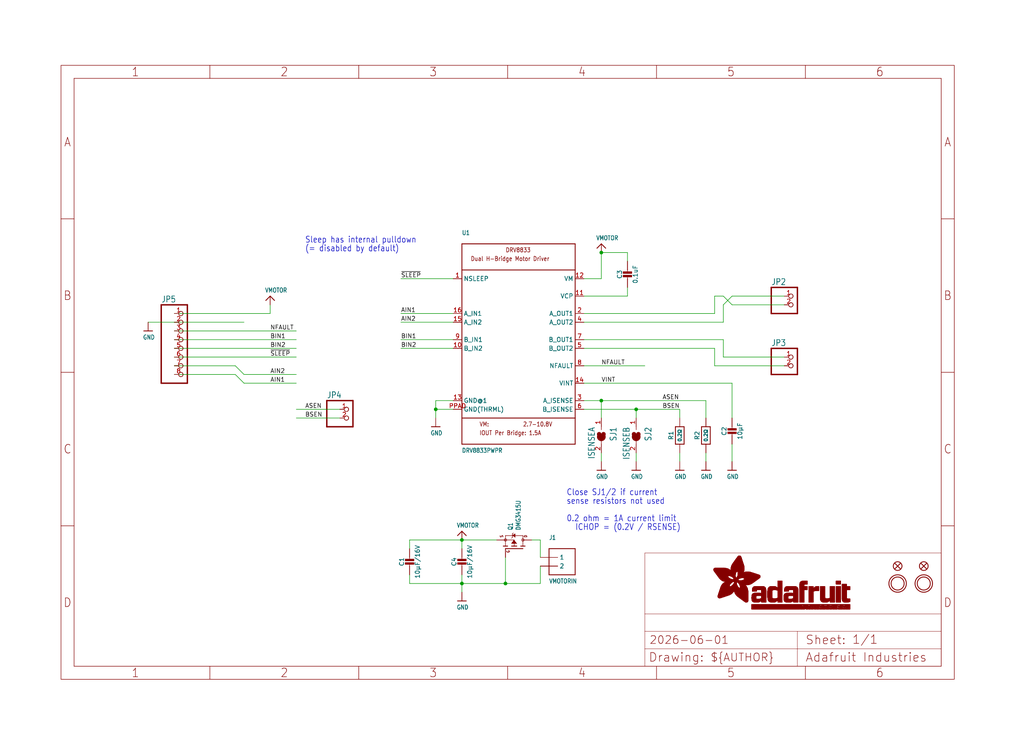
<source format=kicad_sch>
(kicad_sch (version 20230121) (generator eeschema)
  (paper "User" 298.45 217.322)
  (lib_symbols
    (symbol "working-eagle-import:CAP_CERAMIC0805-NOOUTLINE"
      (property "Reference" "C" (at -2.29 1.25 90))
      (symbol "CAP_CERAMIC0805-NOOUTLINE_1_0"
        (pin passive line (at 0 5.08 270) (length 2.54) (name "1") (number "1"))
        (pin passive line (at 0 -2.54 90) (length 2.54) (name "2") (number "2"))
      )
    )
    (symbol "working-eagle-import:DRV8833"
      (property "Reference" "U" (at -17.78 30.48 0))
      (symbol "DRV8833_1_0"
        (text "2.7-10.8V" (at 0 -25.4 0) (effects (font (size 1.27 1.0795)) (justify left bottom)))
        (text "DRV8833" (at -5.08 25.4 0) (effects (font (size 1.27 1.0795)) (justify left bottom)))
        (text "Dual H-Bridge Motor Driver" (at -15.24 22.86 0) (effects (font (size 1.27 1.0795)) (justify left bottom)))
        (text "IOUT Per Bridge: 1.5A" (at -12.7 -27.94 0) (effects (font (size 1.27 1.0795)) (justify left bottom)))
        (text "VM:" (at -12.7 -25.4 0) (effects (font (size 1.27 1.0795)) (justify left bottom)))
        (pin input line (at -20.32 17.78 0) (length 2.54) (name "NSLEEP") (number "1"))
        (pin input line (at -20.32 -2.54 0) (length 2.54) (name "B_IN2") (number "10"))
        (pin bidirectional line (at 17.78 12.7 180) (length 2.54) (name "VCP") (number "11"))
        (pin power_in line (at 17.78 17.78 180) (length 2.54) (name "VM") (number "12"))
        (pin power_in line (at -20.32 -17.78 0) (length 2.54) (name "GND@1") (number "13"))
        (pin power_in line (at 17.78 -12.7 180) (length 2.54) (name "VINT") (number "14"))
        (pin input line (at -20.32 5.08 0) (length 2.54) (name "A_IN2") (number "15"))
        (pin input line (at -20.32 7.62 0) (length 2.54) (name "A_IN1") (number "16"))
        (pin output line (at 17.78 7.62 180) (length 2.54) (name "A_OUT1") (number "2"))
        (pin bidirectional line (at 17.78 -17.78 180) (length 2.54) (name "A_ISENSE") (number "3"))
        (pin output line (at 17.78 5.08 180) (length 2.54) (name "A_OUT2") (number "4"))
        (pin output line (at 17.78 -2.54 180) (length 2.54) (name "B_OUT2") (number "5"))
        (pin bidirectional line (at 17.78 -20.32 180) (length 2.54) (name "B_ISENSE") (number "6"))
        (pin output line (at 17.78 0 180) (length 2.54) (name "B_OUT1") (number "7"))
        (pin bidirectional line (at 17.78 -7.62 180) (length 2.54) (name "NFAULT") (number "8"))
        (pin input line (at -20.32 0 0) (length 2.54) (name "B_IN1") (number "9"))
        (pin power_in line (at -20.32 -20.32 0) (length 2.54) (name "GND(THRML)") (number "PPAD"))
      )
    )
    (symbol "working-eagle-import:FIDUCIAL{dblquote}{dblquote}")
    (symbol "working-eagle-import:FRAME_A4_ADAFRUIT"
      (symbol "FRAME_A4_ADAFRUIT_1_0"
        (text "${#}/${##}" (at 230.505 10.16 0) (effects (font (size 2.54 2.54)) (justify left bottom)))
        (text "${AUTHOR}" (at 189.23 5.08 0) (effects (font (size 2.286 2.286)) (justify left bottom)))
        (text "${CURRENT_DATE}" (at 171.45 10.16 0) (effects (font (size 2.286 2.286)) (justify left bottom)))
        (text "${PROJECTNAME}" (at 171.45 15.24 0) (effects (font (size 2.54 2.54)) (justify left bottom)))
        (text "1" (at 21.6958 1.905 0) (effects (font (size 2.54 2.286))))
        (text "1" (at 21.6958 177.165 0) (effects (font (size 2.54 2.286))))
        (text "2" (at 65.0875 1.905 0) (effects (font (size 2.54 2.286))))
        (text "2" (at 65.0875 177.165 0) (effects (font (size 2.54 2.286))))
        (text "3" (at 108.4792 1.905 0) (effects (font (size 2.54 2.286))))
        (text "3" (at 108.4792 177.165 0) (effects (font (size 2.54 2.286))))
        (text "4" (at 151.8708 1.905 0) (effects (font (size 2.54 2.286))))
        (text "4" (at 151.8708 177.165 0) (effects (font (size 2.54 2.286))))
        (text "5" (at 195.2625 1.905 0) (effects (font (size 2.54 2.286))))
        (text "5" (at 195.2625 177.165 0) (effects (font (size 2.54 2.286))))
        (text "6" (at 238.6542 1.905 0) (effects (font (size 2.54 2.286))))
        (text "6" (at 238.6542 177.165 0) (effects (font (size 2.54 2.286))))
        (text "A" (at 1.905 156.6863 0) (effects (font (size 2.54 2.286))))
        (text "A" (at 258.445 156.6863 0) (effects (font (size 2.54 2.286))))
        (text "Adafruit Industries" (at 216.916 4.953 0) (effects (font (size 2.54 2.54)) (justify left bottom)))
        (text "B" (at 1.905 111.9188 0) (effects (font (size 2.54 2.286))))
        (text "B" (at 258.445 111.9188 0) (effects (font (size 2.54 2.286))))
        (text "C" (at 1.905 67.1513 0) (effects (font (size 2.54 2.286))))
        (text "C" (at 258.445 67.1513 0) (effects (font (size 2.54 2.286))))
        (text "D" (at 1.905 22.3838 0) (effects (font (size 2.54 2.286))))
        (text "D" (at 258.445 22.3838 0) (effects (font (size 2.54 2.286))))
        (text "Drawing:" (at 171.196 4.953 0) (effects (font (size 2.54 2.54)) (justify left bottom)))
        (text "Sheet:" (at 216.916 10.033 0) (effects (font (size 2.54 2.54)) (justify left bottom)))
      )
    )
    (symbol "working-eagle-import:GND" (power)
      (property "Value" "GND" (at -1.524 -2.54 0))
      (symbol "GND_1_0"
        (pin power_in line (at 0 2.54 270) (length 2.54) (name "GND") (number "1"))
      )
    )
    (symbol "working-eagle-import:HEADER-1X2ROUND"
      (property "Reference" "JP" (at -6.35 5.715 0))
      (symbol "HEADER-1X2ROUND_1_0"
        (pin passive inverted (at -2.54 2.54 0) (length 2.54) (name "1") (number "1"))
        (pin passive inverted (at -2.54 0 0) (length 2.54) (name "2") (number "2"))
      )
    )
    (symbol "working-eagle-import:HEADER-1X870MIL"
      (property "Reference" "JP" (at -6.35 13.335 0))
      (symbol "HEADER-1X870MIL_1_0"
        (pin passive inverted (at -2.54 10.16 0) (length 2.54) (name "1") (number "1"))
        (pin passive inverted (at -2.54 7.62 0) (length 2.54) (name "2") (number "2"))
        (pin passive inverted (at -2.54 5.08 0) (length 2.54) (name "3") (number "3"))
        (pin passive inverted (at -2.54 2.54 0) (length 2.54) (name "4") (number "4"))
        (pin passive inverted (at -2.54 0 0) (length 2.54) (name "5") (number "5"))
        (pin passive inverted (at -2.54 -2.54 0) (length 2.54) (name "6") (number "6"))
        (pin passive inverted (at -2.54 -5.08 0) (length 2.54) (name "7") (number "7"))
        (pin passive inverted (at -2.54 -7.62 0) (length 2.54) (name "8") (number "8"))
      )
    )
    (symbol "working-eagle-import:MOSFET-PWIDE"
      (property "Reference" "Q" (at 2.794 0.381 0))
      (symbol "MOSFET-PWIDE_1_0"
        (text "D" (at 0.635 -3.81 0) (effects (font (size 0.8128 0.6908)) (justify left bottom)))
        (text "G" (at -3.81 1.27 0) (effects (font (size 0.8128 0.6908)) (justify left bottom)))
        (text "S" (at 0.635 3.175 0) (effects (font (size 0.8128 0.6908)) (justify left bottom)))
        (pin passive line (at -5.08 2.54 0) (length 2.54) (name "G") (number "1"))
        (pin passive line (at 0 5.08 270) (length 2.54) (name "S") (number "2"))
        (pin passive line (at 0 -5.08 90) (length 2.54) (name "D") (number "3"))
      )
    )
    (symbol "working-eagle-import:MOUNTINGHOLE2.5")
    (symbol "working-eagle-import:RESISTOR_1206"
      (property "Reference" "R" (at 0 2.54 0))
      (symbol "RESISTOR_1206_1_0"
        (pin passive line (at -5.08 0 0) (length 2.54) (name "1") (number "1"))
        (pin passive line (at 5.08 0 180) (length 2.54) (name "2") (number "2"))
      )
    )
    (symbol "working-eagle-import:SOLDERJUMPER"
      (property "Reference" "SJ" (at -2.54 2.54 0))
      (symbol "SOLDERJUMPER_1_0"
        (pin passive line (at -5.08 0 0) (length 2.54) (name "1") (number "1"))
        (pin passive line (at 5.08 0 180) (length 2.54) (name "2") (number "2"))
      )
    )
    (symbol "working-eagle-import:TERMBLOCK_1X2"
      (property "Reference" "X" (at -2.54 7.62 0))
      (symbol "TERMBLOCK_1X2_1_0"
        (pin passive line (at -5.08 2.54 0) (length 5.08) (name "1") (number "1"))
        (pin passive line (at -5.08 0 0) (length 5.08) (name "2") (number "2"))
      )
    )
    (symbol "working-eagle-import:VMOTOR" (power)
      (property "Value" "VMOTOR" (at -1.524 1.016 0))
      (symbol "VMOTOR_1_0"
        (pin power_in line (at 0 -2.54 90) (length 2.54) (name "VMOTOR") (number "1"))
      )
    )
  )
  (junction (at 127 119.38))
  (junction (at 185.42 119.38))
  (junction (at 147.32 170.18))
  (junction (at 175.26 116.84))
  (junction (at 134.62 157.48))
  (junction (at 134.62 170.18))
  (junction (at 175.26 73.66))
  (wire (pts (xy 127 119.38) (xy 127 121.92)) (stroke (width 0.1524)))
  (wire (pts (xy 132.08 119.38) (xy 127 119.38)) (stroke (width 0.1524)))
  (wire (pts (xy 175.26 116.84) (xy 175.26 121.92)) (stroke (width 0.1524)))
  (wire (pts (xy 50.8 106.68) (xy 68.58 106.68)) (stroke (width 0.1524)))
  (wire (pts (xy 99.06 121.92) (xy 86.36 121.92)) (stroke (width 0.1524)))
  (wire (pts (xy 170.18 81.28) (xy 175.26 81.28)) (stroke (width 0.1524)))
  (wire (pts (xy 210.82 93.98) (xy 210.82 88.9)) (stroke (width 0.1524)))
  (wire (pts (xy 134.62 170.18) (xy 147.32 170.18)) (stroke (width 0.1524)))
  (wire (pts (xy 170.18 91.44) (xy 208.28 91.44)) (stroke (width 0.1524)))
  (wire (pts (xy 50.8 93.98) (xy 43.18 93.98)) (stroke (width 0.1524)))
  (wire (pts (xy 134.62 170.18) (xy 119.38 170.18)) (stroke (width 0.1524)))
  (wire (pts (xy 134.62 170.18) (xy 134.62 167.64)) (stroke (width 0.1524)))
  (wire (pts (xy 170.18 86.36) (xy 182.88 86.36)) (stroke (width 0.1524)))
  (wire (pts (xy 170.18 116.84) (xy 175.26 116.84)) (stroke (width 0.1524)))
  (wire (pts (xy 119.38 157.48) (xy 119.38 160.02)) (stroke (width 0.1524)))
  (wire (pts (xy 50.8 91.44) (xy 78.74 91.44)) (stroke (width 0.1524)))
  (wire (pts (xy 213.36 111.76) (xy 213.36 121.92)) (stroke (width 0.1524)))
  (wire (pts (xy 228.6 86.36) (xy 213.36 86.36)) (stroke (width 0.1524)))
  (wire (pts (xy 210.82 86.36) (xy 213.36 88.9)) (stroke (width 0.1524)))
  (wire (pts (xy 132.08 91.44) (xy 116.84 91.44)) (stroke (width 0.1524)))
  (wire (pts (xy 175.26 81.28) (xy 175.26 73.66)) (stroke (width 0.1524)))
  (wire (pts (xy 205.74 132.08) (xy 205.74 134.62)) (stroke (width 0.1524)))
  (wire (pts (xy 228.6 88.9) (xy 213.36 88.9)) (stroke (width 0.1524)))
  (wire (pts (xy 134.62 170.18) (xy 134.62 172.72)) (stroke (width 0.1524)))
  (wire (pts (xy 228.6 104.14) (xy 210.82 104.14)) (stroke (width 0.1524)))
  (wire (pts (xy 86.36 104.14) (xy 50.8 104.14)) (stroke (width 0.1524)))
  (wire (pts (xy 175.26 116.84) (xy 205.74 116.84)) (stroke (width 0.1524)))
  (wire (pts (xy 170.18 106.68) (xy 187.96 106.68)) (stroke (width 0.1524)))
  (wire (pts (xy 210.82 88.9) (xy 213.36 86.36)) (stroke (width 0.1524)))
  (wire (pts (xy 71.12 109.22) (xy 86.36 109.22)) (stroke (width 0.1524)))
  (wire (pts (xy 134.62 157.48) (xy 119.38 157.48)) (stroke (width 0.1524)))
  (wire (pts (xy 182.88 86.36) (xy 182.88 83.82)) (stroke (width 0.1524)))
  (wire (pts (xy 157.48 157.48) (xy 157.48 162.56)) (stroke (width 0.1524)))
  (wire (pts (xy 132.08 116.84) (xy 127 116.84)) (stroke (width 0.1524)))
  (wire (pts (xy 157.48 170.18) (xy 157.48 165.1)) (stroke (width 0.1524)))
  (wire (pts (xy 198.12 119.38) (xy 198.12 121.92)) (stroke (width 0.1524)))
  (wire (pts (xy 210.82 99.06) (xy 210.82 104.14)) (stroke (width 0.1524)))
  (wire (pts (xy 86.36 99.06) (xy 50.8 99.06)) (stroke (width 0.1524)))
  (wire (pts (xy 132.08 81.28) (xy 116.84 81.28)) (stroke (width 0.1524)))
  (wire (pts (xy 144.78 157.48) (xy 134.62 157.48)) (stroke (width 0.1524)))
  (wire (pts (xy 71.12 111.76) (xy 86.36 111.76)) (stroke (width 0.1524)))
  (wire (pts (xy 208.28 101.6) (xy 208.28 106.68)) (stroke (width 0.1524)))
  (wire (pts (xy 99.06 119.38) (xy 86.36 119.38)) (stroke (width 0.1524)))
  (wire (pts (xy 119.38 170.18) (xy 119.38 167.64)) (stroke (width 0.1524)))
  (wire (pts (xy 205.74 116.84) (xy 205.74 121.92)) (stroke (width 0.1524)))
  (wire (pts (xy 50.8 96.52) (xy 86.36 96.52)) (stroke (width 0.1524)))
  (wire (pts (xy 208.28 91.44) (xy 208.28 86.36)) (stroke (width 0.1524)))
  (wire (pts (xy 185.42 119.38) (xy 198.12 119.38)) (stroke (width 0.1524)))
  (wire (pts (xy 170.18 119.38) (xy 185.42 119.38)) (stroke (width 0.1524)))
  (wire (pts (xy 78.74 91.44) (xy 78.74 88.9)) (stroke (width 0.1524)))
  (wire (pts (xy 147.32 170.18) (xy 157.48 170.18)) (stroke (width 0.1524)))
  (wire (pts (xy 132.08 93.98) (xy 116.84 93.98)) (stroke (width 0.1524)))
  (wire (pts (xy 68.58 109.22) (xy 71.12 111.76)) (stroke (width 0.1524)))
  (wire (pts (xy 50.8 109.22) (xy 68.58 109.22)) (stroke (width 0.1524)))
  (wire (pts (xy 182.88 73.66) (xy 182.88 76.2)) (stroke (width 0.1524)))
  (wire (pts (xy 208.28 86.36) (xy 210.82 86.36)) (stroke (width 0.1524)))
  (wire (pts (xy 175.26 73.66) (xy 182.88 73.66)) (stroke (width 0.1524)))
  (wire (pts (xy 68.58 106.68) (xy 71.12 109.22)) (stroke (width 0.1524)))
  (wire (pts (xy 154.94 157.48) (xy 157.48 157.48)) (stroke (width 0.1524)))
  (wire (pts (xy 228.6 106.68) (xy 208.28 106.68)) (stroke (width 0.1524)))
  (wire (pts (xy 132.08 101.6) (xy 116.84 101.6)) (stroke (width 0.1524)))
  (wire (pts (xy 175.26 132.08) (xy 175.26 134.62)) (stroke (width 0.1524)))
  (wire (pts (xy 132.08 99.06) (xy 116.84 99.06)) (stroke (width 0.1524)))
  (wire (pts (xy 127 116.84) (xy 127 119.38)) (stroke (width 0.1524)))
  (wire (pts (xy 213.36 129.54) (xy 213.36 134.62)) (stroke (width 0.1524)))
  (wire (pts (xy 198.12 132.08) (xy 198.12 134.62)) (stroke (width 0.1524)))
  (wire (pts (xy 170.18 101.6) (xy 208.28 101.6)) (stroke (width 0.1524)))
  (wire (pts (xy 170.18 111.76) (xy 213.36 111.76)) (stroke (width 0.1524)))
  (wire (pts (xy 71.12 93.98) (xy 50.8 93.98)) (stroke (width 0.1524)))
  (wire (pts (xy 134.62 157.48) (xy 134.62 160.02)) (stroke (width 0.1524)))
  (wire (pts (xy 185.42 132.08) (xy 185.42 134.62)) (stroke (width 0.1524)))
  (wire (pts (xy 50.8 101.6) (xy 86.36 101.6)) (stroke (width 0.1524)))
  (wire (pts (xy 185.42 119.38) (xy 185.42 121.92)) (stroke (width 0.1524)))
  (wire (pts (xy 147.32 162.56) (xy 147.32 170.18)) (stroke (width 0.1524)))
  (wire (pts (xy 170.18 93.98) (xy 210.82 93.98)) (stroke (width 0.1524)))
  (wire (pts (xy 170.18 99.06) (xy 210.82 99.06)) (stroke (width 0.1524)))
  (text "Sleep has internal pulldown" (at 88.9 71.12 0) (effects (font (size 1.778 1.5113)) (justify left bottom)))
  (text "0.2 ohm = 1A current limit" (at 165.1 152.4 0) (effects (font (size 1.778 1.5113)) (justify left bottom)))
  (text "(= disabled by default)" (at 88.9 73.66 0) (effects (font (size 1.778 1.5113)) (justify left bottom)))
  (text "Close SJ1/2 if current" (at 165.1 144.78 0) (effects (font (size 1.778 1.5113)) (justify left bottom)))
  (text "sense resistors not used" (at 165.1 147.32 0) (effects (font (size 1.778 1.5113)) (justify left bottom)))
  (text "ICHOP = (0.2V / RSENSE)" (at 167.64 154.94 0) (effects (font (size 1.778 1.5113)) (justify left bottom)))
  (label "ASEN" (at 193.04 116.84 0) (effects (font (size 1.2446 1.2446))))
  (label "BIN2" (at 78.74 101.6 0) (effects (font (size 1.2446 1.2446))))
  (label "AIN2" (at 116.84 93.98 0) (effects (font (size 1.2446 1.2446))))
  (label "BIN1" (at 116.84 99.06 0) (effects (font (size 1.2446 1.2446))))
  (label "~{SLEEP}" (at 116.84 81.28 0) (effects (font (size 1.2446 1.2446))))
  (label "AIN1" (at 78.74 111.76 0) (effects (font (size 1.2446 1.2446))))
  (label "BSEN" (at 88.9 121.92 0) (effects (font (size 1.2446 1.2446))))
  (label "BIN2" (at 116.84 101.6 0) (effects (font (size 1.2446 1.2446))))
  (label "~{SLEEP}" (at 78.74 104.14 0) (effects (font (size 1.2446 1.2446))))
  (label "VINT" (at 175.26 111.76 0) (effects (font (size 1.2446 1.2446))))
  (label "BIN1" (at 78.74 99.06 0) (effects (font (size 1.2446 1.2446))))
  (label "NFAULT" (at 78.74 96.52 0) (effects (font (size 1.2446 1.2446))))
  (label "ASEN" (at 88.9 119.38 0) (effects (font (size 1.2446 1.2446))))
  (label "NFAULT" (at 175.26 106.68 0) (effects (font (size 1.2446 1.2446))))
  (label "AIN1" (at 116.84 91.44 0) (effects (font (size 1.2446 1.2446))))
  (label "AIN2" (at 78.74 109.22 0) (effects (font (size 1.2446 1.2446))))
  (label "BSEN" (at 193.04 119.38 0) (effects (font (size 1.2446 1.2446))))
  (symbol (lib_id "working-eagle-import:VMOTOR") (at 78.74 86.36 0) (unit 1)
    (property "Reference" "#U$11" (effects hide))
    (property "Value" "VMOTOR" (at 77.216 85.344 0) (effects (font (size 1.27 1.0795)) (justify left bottom)))
  )
  (symbol (lib_id "working-eagle-import:GND") (at 185.42 137.16 0) (unit 1)
    (property "Reference" "#U$10" (effects hide))
    (property "Value" "GND" (at 183.896 139.7 0) (effects (font (size 1.27 1.0795)) (justify left bottom)))
  )
  (symbol (lib_id "working-eagle-import:SOLDERJUMPER") (at 185.42 127 270) (unit 1)
    (property "Reference" "SJ2" (at 187.96 124.46 0) (effects (font (size 1.778 1.5113)) (justify left bottom)))
    (property "Value" "ISENSEB" (at 181.61 124.46 0) (effects (font (size 1.778 1.5113)) (justify left bottom)))
    (property "Footprint" "working:SOLDERJUMPER_ARROW_NOPASTE" (effects hide))
  )
  (symbol (lib_id "working-eagle-import:MOUNTINGHOLE2.5") (at 261.62 170.18 0) (unit 1)
    (property "Reference" "U$13" (effects hide))
    (property "Value" "MOUNTINGHOLE2.5" (effects hide))
    (property "Footprint" "working:MOUNTINGHOLE_2.5_PLATED" (effects hide))
  )
  (symbol (lib_id "working-eagle-import:GND") (at 205.74 137.16 0) (unit 1)
    (property "Reference" "#U$3" (effects hide))
    (property "Value" "GND" (at 204.216 139.7 0) (effects (font (size 1.27 1.0795)) (justify left bottom)))
  )
  (symbol (lib_id "working-eagle-import:FRAME_A4_ADAFRUIT") (at 17.78 198.12 0) (unit 1)
    (property "Reference" "#U$1" (effects hide))
    (property "Value" "FRAME_A4_ADAFRUIT" (effects hide))
  )
  (symbol (lib_id "working-eagle-import:FIDUCIAL{dblquote}{dblquote}") (at 269.24 165.1 0) (unit 1)
    (property "Reference" "FID1" (effects hide))
    (property "Value" "FIDUCIAL{dblquote}{dblquote}" (effects hide))
    (property "Footprint" "working:FIDUCIAL_1MM" (effects hide))
  )
  (symbol (lib_id "working-eagle-import:FIDUCIAL{dblquote}{dblquote}") (at 261.62 165.1 0) (unit 1)
    (property "Reference" "FID2" (effects hide))
    (property "Value" "FIDUCIAL{dblquote}{dblquote}" (effects hide))
    (property "Footprint" "working:FIDUCIAL_1MM" (effects hide))
  )
  (symbol (lib_id "working-eagle-import:VMOTOR") (at 175.26 71.12 0) (unit 1)
    (property "Reference" "#U$4" (effects hide))
    (property "Value" "VMOTOR" (at 173.736 70.104 0) (effects (font (size 1.27 1.0795)) (justify left bottom)))
  )
  (symbol (lib_id "working-eagle-import:HEADER-1X870MIL") (at 53.34 101.6 0) (unit 1)
    (property "Reference" "JP5" (at 46.99 88.265 0) (effects (font (size 1.778 1.5113)) (justify left bottom)))
    (property "Value" "HEADER-1X870MIL" (effects hide))
    (property "Footprint" "working:1X08_ROUND_70" (effects hide))
  )
  (symbol (lib_id "working-eagle-import:GND") (at 213.36 137.16 0) (unit 1)
    (property "Reference" "#U$7" (effects hide))
    (property "Value" "GND" (at 211.836 139.7 0) (effects (font (size 1.27 1.0795)) (justify left bottom)))
  )
  (symbol (lib_id "working-eagle-import:MOSFET-PWIDE") (at 149.86 157.48 90) (unit 1)
    (property "Reference" "Q1" (at 149.479 154.686 0) (effects (font (size 1.27 1.0795)) (justify left bottom)))
    (property "Value" "DMG3415U" (at 151.765 154.686 0) (effects (font (size 1.27 1.0795)) (justify left bottom)))
    (property "Footprint" "working:SOT23-WIDE" (effects hide))
  )
  (symbol (lib_id "working-eagle-import:GND") (at 43.18 96.52 0) (unit 1)
    (property "Reference" "#U$12" (effects hide))
    (property "Value" "GND" (at 41.656 99.06 0) (effects (font (size 1.27 1.0795)) (justify left bottom)))
  )
  (symbol (lib_id "working-eagle-import:CAP_CERAMIC0805-NOOUTLINE") (at 134.62 165.1 0) (unit 1)
    (property "Reference" "C4" (at 132.33 163.85 90))
    (property "Value" "10µF/16V" (at 136.92 163.85 90))
    (property "Footprint" "working:0805-NO" (effects hide))
  )
  (symbol (lib_id "working-eagle-import:GND") (at 198.12 137.16 0) (unit 1)
    (property "Reference" "#U$2" (effects hide))
    (property "Value" "GND" (at 196.596 139.7 0) (effects (font (size 1.27 1.0795)) (justify left bottom)))
  )
  (symbol (lib_id "working-eagle-import:MOUNTINGHOLE2.5") (at 269.24 170.18 0) (unit 1)
    (property "Reference" "U$14" (effects hide))
    (property "Value" "MOUNTINGHOLE2.5" (effects hide))
    (property "Footprint" "working:MOUNTINGHOLE_2.5_PLATED" (effects hide))
  )
  (symbol (lib_id "working-eagle-import:GND") (at 127 124.46 0) (unit 1)
    (property "Reference" "#U$9" (effects hide))
    (property "Value" "GND" (at 125.476 127 0) (effects (font (size 1.27 1.0795)) (justify left bottom)))
  )
  (symbol (lib_id "working-eagle-import:HEADER-1X2ROUND") (at 231.14 106.68 0) (unit 1)
    (property "Reference" "JP3" (at 224.79 100.965 0) (effects (font (size 1.778 1.5113)) (justify left bottom)))
    (property "Value" "HEADER-1X2ROUND" (effects hide))
    (property "Footprint" "working:1X02_ROUND" (effects hide))
  )
  (symbol (lib_id "working-eagle-import:RESISTOR_1206") (at 205.74 127 90) (unit 1)
    (property "Reference" "R2" (at 203.2 127 0))
    (property "Value" "0.2Ω" (at 205.74 127 0) (effects (font (size 1.016 1.016) bold)))
    (property "Footprint" "working:_1206" (effects hide))
  )
  (symbol (lib_id "working-eagle-import:CAP_CERAMIC0805-NOOUTLINE") (at 119.38 165.1 0) (unit 1)
    (property "Reference" "C1" (at 117.09 163.85 90))
    (property "Value" "10µF/16V" (at 121.68 163.85 90))
    (property "Footprint" "working:0805-NO" (effects hide))
  )
  (symbol (lib_id "working-eagle-import:DRV8833") (at 152.4 99.06 0) (unit 1)
    (property "Reference" "U1" (at 134.62 68.58 0) (effects (font (size 1.27 1.0795)) (justify left bottom)))
    (property "Value" "DRV8833PWPR" (at 134.62 132.08 0) (effects (font (size 1.27 1.0795)) (justify left bottom)))
    (property "Footprint" "working:HTSSOP16" (effects hide))
  )
  (symbol (lib_id "working-eagle-import:CAP_CERAMIC0805-NOOUTLINE") (at 213.36 127 0) (unit 1)
    (property "Reference" "C2" (at 211.07 125.75 90))
    (property "Value" "10µF" (at 215.66 125.75 90))
    (property "Footprint" "working:0805-NO" (effects hide))
  )
  (symbol (lib_id "working-eagle-import:GND") (at 134.62 175.26 0) (unit 1)
    (property "Reference" "#U$6" (effects hide))
    (property "Value" "GND" (at 133.096 177.8 0) (effects (font (size 1.27 1.0795)) (justify left bottom)))
  )
  (symbol (lib_id "working-eagle-import:SOLDERJUMPER") (at 175.26 127 270) (unit 1)
    (property "Reference" "SJ1" (at 177.8 124.46 0) (effects (font (size 1.778 1.5113)) (justify left bottom)))
    (property "Value" "ISENSEA" (at 171.45 124.46 0) (effects (font (size 1.778 1.5113)) (justify left bottom)))
    (property "Footprint" "working:SOLDERJUMPER_ARROW_NOPASTE" (effects hide))
  )
  (symbol (lib_id "working-eagle-import:GND") (at 175.26 137.16 0) (unit 1)
    (property "Reference" "#U$8" (effects hide))
    (property "Value" "GND" (at 173.736 139.7 0) (effects (font (size 1.27 1.0795)) (justify left bottom)))
  )
  (symbol (lib_id "working-eagle-import:RESISTOR_1206") (at 198.12 127 90) (unit 1)
    (property "Reference" "R1" (at 195.58 127 0))
    (property "Value" "0.2Ω" (at 198.12 127 0) (effects (font (size 1.016 1.016) bold)))
    (property "Footprint" "working:_1206" (effects hide))
  )
  (symbol (lib_id "working-eagle-import:TERMBLOCK_1X2") (at 162.56 165.1 0) (unit 1)
    (property "Reference" "J1" (at 160.02 157.48 0) (effects (font (size 1.27 1.0795)) (justify left bottom)))
    (property "Value" "VMOTORIN" (at 160.02 170.18 0) (effects (font (size 1.27 1.0795)) (justify left bottom)))
    (property "Footprint" "working:TERMBLOCK_1X2-3.5MM" (effects hide))
  )
  (symbol (lib_id "working-eagle-import:HEADER-1X2ROUND") (at 231.14 88.9 0) (unit 1)
    (property "Reference" "JP2" (at 224.79 83.185 0) (effects (font (size 1.778 1.5113)) (justify left bottom)))
    (property "Value" "HEADER-1X2ROUND" (effects hide))
    (property "Footprint" "working:1X02_ROUND" (effects hide))
  )
  (symbol (lib_id "working-eagle-import:HEADER-1X2ROUND") (at 101.6 121.92 0) (unit 1)
    (property "Reference" "JP4" (at 95.25 116.205 0) (effects (font (size 1.778 1.5113)) (justify left bottom)))
    (property "Value" "HEADER-1X2ROUND" (effects hide))
    (property "Footprint" "working:1X02_ROUND" (effects hide))
  )
  (symbol (lib_id "working-eagle-import:VMOTOR") (at 134.62 154.94 0) (unit 1)
    (property "Reference" "#U$5" (effects hide))
    (property "Value" "VMOTOR" (at 133.096 153.924 0) (effects (font (size 1.27 1.0795)) (justify left bottom)))
  )
  (symbol (lib_id "working-eagle-import:CAP_CERAMIC0805-NOOUTLINE") (at 182.88 81.28 0) (unit 1)
    (property "Reference" "C3" (at 180.59 80.03 90))
    (property "Value" "0.1uF" (at 185.18 80.03 90))
    (property "Footprint" "working:0805-NO" (effects hide))
  )
)
</source>
